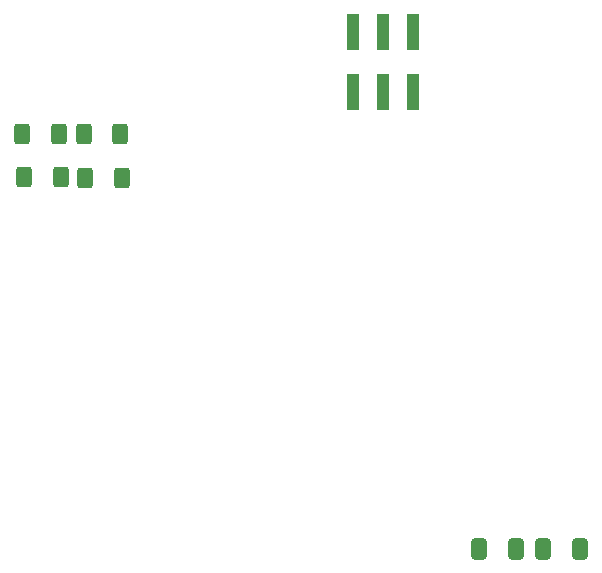
<source format=gbr>
%TF.GenerationSoftware,KiCad,Pcbnew,8.0.1-rc1*%
%TF.CreationDate,2024-08-05T15:18:58-07:00*%
%TF.ProjectId,AMS - CANBus Sensor - Voltage,414d5320-2d20-4434-914e-427573205365,rev?*%
%TF.SameCoordinates,Original*%
%TF.FileFunction,Paste,Top*%
%TF.FilePolarity,Positive*%
%FSLAX46Y46*%
G04 Gerber Fmt 4.6, Leading zero omitted, Abs format (unit mm)*
G04 Created by KiCad (PCBNEW 8.0.1-rc1) date 2024-08-05 15:18:58*
%MOMM*%
%LPD*%
G01*
G04 APERTURE LIST*
G04 Aperture macros list*
%AMRoundRect*
0 Rectangle with rounded corners*
0 $1 Rounding radius*
0 $2 $3 $4 $5 $6 $7 $8 $9 X,Y pos of 4 corners*
0 Add a 4 corners polygon primitive as box body*
4,1,4,$2,$3,$4,$5,$6,$7,$8,$9,$2,$3,0*
0 Add four circle primitives for the rounded corners*
1,1,$1+$1,$2,$3*
1,1,$1+$1,$4,$5*
1,1,$1+$1,$6,$7*
1,1,$1+$1,$8,$9*
0 Add four rect primitives between the rounded corners*
20,1,$1+$1,$2,$3,$4,$5,0*
20,1,$1+$1,$4,$5,$6,$7,0*
20,1,$1+$1,$6,$7,$8,$9,0*
20,1,$1+$1,$8,$9,$2,$3,0*%
G04 Aperture macros list end*
%ADD10RoundRect,0.250000X-0.400000X-0.625000X0.400000X-0.625000X0.400000X0.625000X-0.400000X0.625000X0*%
%ADD11RoundRect,0.250000X-0.412500X-0.650000X0.412500X-0.650000X0.412500X0.650000X-0.412500X0.650000X0*%
%ADD12RoundRect,0.250000X0.400000X0.625000X-0.400000X0.625000X-0.400000X-0.625000X0.400000X-0.625000X0*%
%ADD13R,1.000000X3.150000*%
%ADD14RoundRect,0.250000X0.412500X0.650000X-0.412500X0.650000X-0.412500X-0.650000X0.412500X-0.650000X0*%
G04 APERTURE END LIST*
D10*
%TO.C,R10*%
X120710400Y-78872500D03*
X123810400Y-78872500D03*
%TD*%
D11*
%TO.C,C3*%
X154187000Y-114014800D03*
X157312000Y-114014800D03*
%TD*%
D12*
%TO.C,R13*%
X118580700Y-78928700D03*
X115480700Y-78928700D03*
%TD*%
%TO.C,R12*%
X118744200Y-82579600D03*
X115644200Y-82579600D03*
%TD*%
D10*
%TO.C,R11*%
X120808500Y-82593100D03*
X123908500Y-82593100D03*
%TD*%
D13*
%TO.C,J4*%
X148585100Y-70282000D03*
X148585100Y-75332000D03*
X146045100Y-70282000D03*
X146045100Y-75332000D03*
X143505100Y-70282000D03*
X143505100Y-75332000D03*
%TD*%
D14*
%TO.C,C5*%
X162712000Y-114002500D03*
X159587000Y-114002500D03*
%TD*%
M02*

</source>
